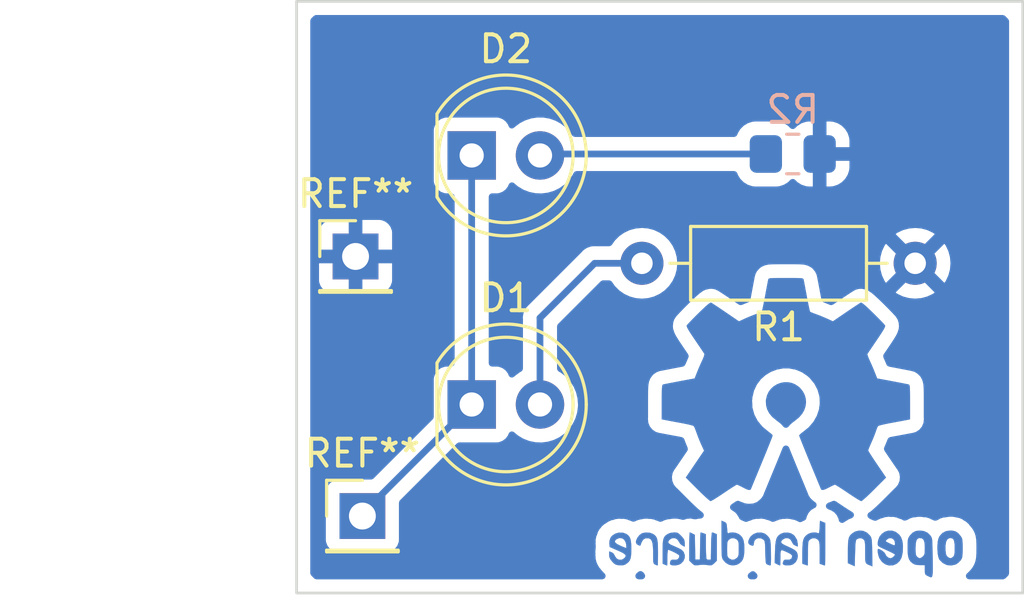
<source format=kicad_pcb>
(kicad_pcb (version 20211014) (generator pcbnew)
  (layers (0 "F.Cu" signal) (31 "B.Cu" signal) (34 "B.Paste" user) (35 "F.Paste" user) (36 "B.SilkS" user "B.Silkscreen") (37 "F.SilkS" user "F.Silkscreen") (38 "B.Mask" user) (39 "F.Mask" user) (44 "Edge.Cuts" user))
  (net 0 "")
  (net 1 "VCC")
  (net 2 "Net-(D1-Pad2)")
  (net 3 "GND")
  (net 4 "Net-(D2-Pad2)")
  (footprint "Connector_PinHeader_2.54mm:PinHeader_1x01_P2.54mm_Vertical" (layer "F.Cu") (at 139.446 88.138)
    (fp_text reference "REF**" (at 0 -2.33) (layer "F.SilkS"))
    (fp_text value "PinHeader_1x01_P2.54mm_Vertical")
    (fp_line (start -1.33 1.27) (end -1.33 1.33) (layer "F.SilkS") (width 0.12))
    (fp_line (start -1.33 0) (end -1.33 -1.33) (layer "F.SilkS") (width 0.12))
    (fp_line (start 1.33 1.27) (end 1.33 1.33) (layer "F.SilkS") (width 0.12))
    (fp_line (start -1.33 1.33) (end 1.33 1.33) (layer "F.SilkS") (width 0.12))
    (fp_line (start -1.33 1.27) (end 1.33 1.27) (layer "F.SilkS") (width 0.12))
    (fp_line (start -1.33 -1.33) (end 0 -1.33) (layer "F.SilkS") (width 0.12))
    (pad "1" thru_hole rect (at 0 0) (size 1.7 1.7) (drill 1) (layers *.Cu *.Mask) (net 1 "VCC"))
  )
  (footprint "Resistor_THT:R_Axial_DIN0207_L6.3mm_D2.5mm_P10.16mm_Horizontal" (layer "F.Cu") (at 160 78.74 180)
    (fp_text reference "R1" (at 5.08 -2.37 180) (layer "F.SilkS"))
    (fp_text value "220")
    (fp_line (start 1.81 -1.37) (end 1.81 1.37) (layer "F.SilkS") (width 0.12))
    (fp_line (start 8.35 -1.37) (end 1.81 -1.37) (layer "F.SilkS") (width 0.12))
    (fp_line (start 8.35 1.37) (end 8.35 -1.37) (layer "F.SilkS") (width 0.12))
    (fp_line (start 1.04 0) (end 1.81 0) (layer "F.SilkS") (width 0.12))
    (fp_line (start 9.12 0) (end 8.35 0) (layer "F.SilkS") (width 0.12))
    (fp_line (start 1.81 1.37) (end 8.35 1.37) (layer "F.SilkS") (width 0.12))
    (pad "1" thru_hole circle (at 0 0 180) (size 1.6 1.6) (drill 0.8) (layers *.Cu *.Mask) (net 3 "GND"))
    (pad "2" thru_hole oval (at 10.16 0 180) (size 1.6 1.6) (drill 0.8) (layers *.Cu *.Mask) (net 2 "Net-(D1-Pad2)"))
  )
  (footprint "LED_THT:LED_D5.0mm" (layer "F.Cu") (at 143.51 74.73)
    (fp_text reference "D2" (at 1.27 -3.96) (layer "F.SilkS"))
    (fp_text value "LED")
    (fp_line (start -1.29 -1.545) (end -1.29 1.545) (layer "F.SilkS") (width 0.12))
    (fp_arc (start 4.26 -0.000462) (mid 2.072002 2.880433) (end -1.29 1.54483) (layer "F.SilkS") (width 0.12))
    (fp_arc (start -1.29 -1.54483) (mid 2.072002 -2.880433) (end 4.26 0.000462) (layer "F.SilkS") (width 0.12))
    (fp_circle (center 1.27 0) (end 3.77 0) (layer "F.SilkS") (width 0.12) (fill none))
    (pad "1" thru_hole rect (at 0 0) (size 1.8 1.8) (drill 0.9) (layers *.Cu *.Mask) (net 1 "VCC"))
    (pad "2" thru_hole circle (at 2.54 0) (size 1.8 1.8) (drill 0.9) (layers *.Cu *.Mask) (net 4 "Net-(D2-Pad2)"))
  )
  (footprint "Connector_PinHeader_2.54mm:PinHeader_1x01_P2.54mm_Vertical" (layer "F.Cu") (at 139.192 78.486)
    (fp_text reference "REF**" (at 0 -2.33) (layer "F.SilkS"))
    (fp_text value "PinHeader_1x01_P2.54mm_Vertical")
    (fp_line (start -1.33 1.27) (end -1.33 1.33) (layer "F.SilkS") (width 0.12))
    (fp_line (start -1.33 0) (end -1.33 -1.33) (layer "F.SilkS") (width 0.12))
    (fp_line (start 1.33 1.27) (end 1.33 1.33) (layer "F.SilkS") (width 0.12))
    (fp_line (start -1.33 1.33) (end 1.33 1.33) (layer "F.SilkS") (width 0.12))
    (fp_line (start -1.33 1.27) (end 1.33 1.27) (layer "F.SilkS") (width 0.12))
    (fp_line (start -1.33 -1.33) (end 0 -1.33) (layer "F.SilkS") (width 0.12))
    (pad "1" thru_hole rect (at 0 0) (size 1.7 1.7) (drill 1) (layers *.Cu *.Mask) (net 3 "GND"))
  )
  (footprint "LED_THT:LED_D5.0mm" (layer "F.Cu") (at 143.51 83.99)
    (fp_text reference "D1" (at 1.27 -3.96) (layer "F.SilkS"))
    (fp_text value "LED")
    (fp_line (start -1.29 -1.545) (end -1.29 1.545) (layer "F.SilkS") (width 0.12))
    (fp_arc (start 4.26 -0.000462) (mid 2.072002 2.880433) (end -1.29 1.54483) (layer "F.SilkS") (width 0.12))
    (fp_arc (start -1.29 -1.54483) (mid 2.072002 -2.880433) (end 4.26 0.000462) (layer "F.SilkS") (width 0.12))
    (fp_circle (center 1.27 0) (end 3.77 0) (layer "F.SilkS") (width 0.12) (fill none))
    (pad "1" thru_hole rect (at 0 0) (size 1.8 1.8) (drill 0.9) (layers *.Cu *.Mask) (net 1 "VCC"))
    (pad "2" thru_hole circle (at 2.54 0) (size 1.8 1.8) (drill 0.9) (layers *.Cu *.Mask) (net 2 "Net-(D1-Pad2)"))
  )
  (footprint "Resistor_SMD:R_0805_2012Metric_Pad1.20x1.40mm_HandSolder" (layer "B.Cu") (at 155.448 74.676 180)
    (fp_text reference "R2" (at 0 1.65) (layer "B.SilkS") (effects (justify mirror)))
    (fp_text value "220")
    (fp_line (start -0.227064 0.735) (end 0.227064 0.735) (layer "B.SilkS") (width 0.12))
    (fp_line (start -0.227064 -0.735) (end 0.227064 -0.735) (layer "B.SilkS") (width 0.12))
    (pad "1" smd roundrect (at -1 0 180) (size 1.2 1.4) (layers "B.Cu" "B.Paste" "B.Mask") (roundrect_rratio 0.208333) (net 3 "GND"))
    (pad "2" smd roundrect (at 1 0 180) (size 1.2 1.4) (layers "B.Cu" "B.Paste" "B.Mask") (roundrect_rratio 0.208333) (net 4 "Net-(D2-Pad2)"))
  )
  (footprint "Symbol:OSHW-Logo2_14.6x12mm_Copper" (layer "B.Cu") (at 155.194 84.836 180)
    (fp_text reference "REF**" hide)
    (fp_text value "OSHW-Logo2_14.6x12mm_Copper" hide)
    (fp_poly (pts (xy 0.079944 -3.92436) (xy 0.194343 -3.966842) (xy 0.195652 -3.967658) (xy 0.266403 -4.01973) (xy 0.318636 -4.080584) (xy 0.355371 -4.159887) (xy 0.379634 -4.267309) (xy 0.394445 -4.412517) (xy 0.402829 -4.605179) (xy 0.403564 -4.632628) (xy 0.41412 -5.046521) (xy 0.325291 -5.092456) (xy 0.261018 -5.123498) (xy 0.22221 -5.138206) (xy 0.220415 -5.138391) (xy 0.2137 -5.11125) (xy 0.208365 -5.038041) (xy 0.205083 -4.931081) (xy 0.204368 -4.844469) (xy 0.204351 -4.704162) (xy 0.197937 -4.616051) (xy 0.17558 -4.574025) (xy 0.127732 -4.571975) (xy 0.044849 -4.60379) (xy -0.080287 -4.662272) (xy -0.172303 -4.710845) (xy -0.219629 -4.752986) (xy -0.233542 -4.798916) (xy -0.233563 -4.801189) (xy -0.210605 -4.880311) (xy -0.14263 -4.923055) (xy -0.038602 -4.929246) (xy 0.03633 -4.928172) (xy 0.075839 -4.949753) (xy 0.100478 -5.001591) (xy 0.114659 -5.067632) (xy 0.094223 -5.105104) (xy 0.086528 -5.110467) (xy 0.014083 -5.132006) (xy -0.087367 -5.135055) (xy -0.191843 -5.120778) (xy -0.265875 -5.094688) (xy -0.368228 -5.007785) (xy -0.426409 -4.886816) (xy -0.437931 -4.792308) (xy -0.429138 -4.707062) (xy -0.39732 -4.637476) (xy -0.334316 -4.575672) (xy -0.231969 -4.513772) (xy -0.082118 -4.443897) (xy -0.072988 -4.439948) (xy 0.061997 -4.377588) (xy 0.145294 -4.326446) (xy 0.180997 -4.280488) (xy 0.173203 -4.233683) (xy 0.126007 -4.179998) (xy 0.111894 -4.167644) (xy 0.017359 -4.119741) (xy -0.080594 -4.121758) (xy -0.165903 -4.168724) (xy -0.222504 -4.255669) (xy -0.227763 -4.272734) (xy -0.278977 -4.355504) (xy -0.343963 -4.395372) (xy -0.437931 -4.434882) (xy -0.437931 -4.332658) (xy -0.409347 -4.184072) (xy -0.324505 -4.047784) (xy -0.280355 -4.002191) (xy -0.179995 -3.943674) (xy -0.052365 -3.917184) (xy 0.079944 -3.92436)) (layer "B.Cu") (width 0.01) (fill solid))
    (fp_poly (pts (xy -3.684448 -3.884676) (xy -3.569342 -3.962111) (xy -3.480389 -4.073949) (xy -3.427251 -4.216265) (xy -3.416503 -4.321015) (xy -3.417724 -4.364726) (xy -3.427944 -4.398194) (xy -3.456039 -4.428179) (xy -3.510884 -4.46144) (xy -3.601355 -4.504738) (xy -3.736328 -4.564833) (xy -3.737011 -4.565134) (xy -3.861249 -4.622037) (xy -3.963127 -4.672565) (xy -4.032233 -4.71128) (xy -4.058154 -4.73274) (xy -4.058161 -4.732913) (xy -4.035315 -4.779644) (xy -3.981891 -4.831154) (xy -3.920558 -4.868261) (xy -3.889485 -4.875632) (xy -3.804711 -4.850138) (xy -3.731707 -4.786291) (xy -3.696087 -4.716094) (xy -3.66182 -4.664343) (xy -3.594697 -4.605409) (xy -3.515792 -4.554496) (xy -3.446179 -4.526809) (xy -3.431623 -4.525287) (xy -3.415237 -4.550321) (xy -3.41425 -4.614311) (xy -3.426292 -4.700593) (xy -3.448993 -4.792501) (xy -3.479986 -4.873369) (xy -3.481552 -4.876509) (xy -3.574819 -5.006734) (xy -3.695696 -5.095311) (xy -3.832973 -5.138786) (xy -3.97544 -5.133706) (xy -4.111888 -5.076616) (xy -4.117955 -5.072602) (xy -4.22529 -4.975326) (xy -4.295868 -4.848409) (xy -4.334926 -4.681526) (xy -4.340168 -4.634639) (xy -4.349452 -4.413329) (xy -4.338322 -4.310124) (xy -4.058161 -4.310124) (xy -4.054521 -4.374503) (xy -4.034611 -4.393291) (xy -3.984974 -4.379235) (xy -3.906733 -4.346009) (xy -3.819274 -4.304359) (xy -3.817101 -4.303256) (xy -3.74297 -4.264265) (xy -3.713219 -4.238244) (xy -3.720555 -4.210965) (xy -3.751447 -4.175121) (xy -3.83004 -4.123251) (xy -3.914677 -4.119439) (xy -3.990597 -4.157189) (xy -4.043035 -4.230001) (xy -4.058161 -4.310124) (xy -4.338322 -4.310124) (xy -4.330356 -4.236261) (xy -4.281366 -4.095829) (xy -4.213164 -3.997447) (xy -4.090065 -3.89803) (xy -3.954472 -3.848711) (xy -3.816045 -3.845568) (xy -3.684448 -3.884676)) (layer "B.Cu") (width 0.01) (fill solid))
    (fp_poly (pts (xy 4.314406 -3.935156) (xy 4.398469 -3.973393) (xy 4.46445 -4.019726) (xy 4.512794 -4.071532) (xy 4.546172 -4.138363) (xy 4.567253 -4.229769) (xy 4.578707 -4.355301) (xy 4.583203 -4.524508) (xy 4.583678 -4.635933) (xy 4.583678 -5.070627) (xy 4.509316 -5.104509) (xy 4.450746 -5.129272) (xy 4.42173 -5.138391) (xy 4.416179 -5.111257) (xy 4.411775 -5.038094) (xy 4.409078 -4.931263) (xy 4.408506 -4.846437) (xy 4.406046 -4.723887) (xy 4.399412 -4.626668) (xy 4.389726 -4.567134) (xy 4.382032 -4.554483) (xy 4.330311 -4.567402) (xy 4.249117 -4.600539) (xy 4.155102 -4.645461) (xy 4.064917 -4.693735) (xy 3.995215 -4.736928) (xy 3.962648 -4.766608) (xy 3.962519 -4.766929) (xy 3.96532 -4.821857) (xy 3.990439 -4.874292) (xy 4.034541 -4.916881) (xy 4.098909 -4.931126) (xy 4.153921 -4.929466) (xy 4.231835 -4.928245) (xy 4.272732 -4.946498) (xy 4.297295 -4.994726) (xy 4.300392 -5.00382) (xy 4.31104 -5.072598) (xy 4.282565 -5.11436) (xy 4.208344 -5.134263) (xy 4.128168 -5.137944) (xy 3.98389 -5.110658) (xy 3.909203 -5.07169) (xy 3.816963 -4.980148) (xy 3.768043 -4.867782) (xy 3.763654 -4.749051) (xy 3.805001 -4.638411) (xy 3.867197 -4.56908) (xy 3.929294 -4.530265) (xy 4.026895 -4.481125) (xy 4.140632 -4.431292) (xy 4.15959 -4.423677) (xy 4.284521 -4.368545) (xy 4.356539 -4.319954) (xy 4.3797 -4.271647) (xy 4.358064 -4.21737) (xy 4.32092 -4.174943) (xy 4.233127 -4.122702) (xy 4.13653 -4.118784) (xy 4.047944 -4.159041) (xy 3.984186 -4.239326) (xy 3.975817 -4.26004) (xy 3.927096 -4.336225) (xy 3.855965 -4.392785) (xy 3.766207 -4.439201) (xy 3.766207 -4.307584) (xy 3.77149 -4.227168) (xy 3.794142 -4.163786) (xy 3.844367 -4.096163) (xy 3.892582 -4.044076) (xy 3.967554 -3.970322) (xy 4.025806 -3.930702) (xy 4.088372 -3.91481) (xy 4.159193 -3.912184) (xy 4.314406 -3.935156)) (layer "B.Cu") (width 0.01) (fill solid))
    (fp_poly (pts (xy -5.951779 -3.866015) (xy -5.814939 -3.937968) (xy -5.713949 -4.053766) (xy -5.678075 -4.128213) (xy -5.650161 -4.239992) (xy -5.635871 -4.381227) (xy -5.634516 -4.535371) (xy -5.645405 -4.685879) (xy -5.667847 -4.816205) (xy -5.70115 -4.909803) (xy -5.711385 -4.925922) (xy -5.832618 -5.046249) (xy -5.976613 -5.118317) (xy -6.132861 -5.139408) (xy -6.290852 -5.106802) (xy -6.33482 -5.087253) (xy -6.420444 -5.027012) (xy -6.495592 -4.947135) (xy -6.502694 -4.937004) (xy -6.531561 -4.888181) (xy -6.550643 -4.83599) (xy -6.561916 -4.767285) (xy -6.567355 -4.668918) (xy -6.568938 -4.527744) (xy -6.568965 -4.496092) (xy -6.568893 -4.486019) (xy -6.277011 -4.486019) (xy -6.275313 -4.619256) (xy -6.268628 -4.707674) (xy -6.254575 -4.764785) (xy -6.230771 -4.804102) (xy -6.218621 -4.817241) (xy -6.148764 -4.867172) (xy -6.080941 -4.864895) (xy -6.012365 -4.821584) (xy -5.971465 -4.775346) (xy -5.947242 -4.707857) (xy -5.933639 -4.601433) (xy -5.932706 -4.58902) (xy -5.930384 -4.396147) (xy -5.95465 -4.2529) (xy -6.005176 -4.16016) (xy -6.081632 -4.118807) (xy -6.108924 -4.116552) (xy -6.180589 -4.127893) (xy -6.22961 -4.167184) (xy -6.259582 -4.242326) (xy -6.274101 -4.361222) (xy -6.277011 -4.486019) (xy -6.568893 -4.486019) (xy -6.567878 -4.345659) (xy -6.563312 -4.240549) (xy -6.553312 -4.167714) (xy -6.535921 -4.114108) (xy -6.509184 -4.066681) (xy -6.503276 -4.057864) (xy -6.403968 -3.939007) (xy -6.295758 -3.870008) (xy -6.164019 -3.842619) (xy -6.119283 -3.841281) (xy -5.951779 -3.866015)) (layer "B.Cu") (width 0.01) (fill solid))
    (fp_poly (pts (xy -1.255402 -3.723857) (xy -1.246846 -3.843188) (xy -1.237019 -3.913506) (xy -1.223401 -3.944179) (xy -1.203473 -3.944571) (xy -1.197011 -3.94091) (xy -1.11106 -3.914398) (xy -0.999255 -3.915946) (xy -0.885586 -3.943199) (xy -0.81449 -3.978455) (xy -0.741595 -4.034778) (xy -0.688307 -4.098519) (xy -0.651725 -4.17951) (xy -0.62895 -4.287586) (xy -0.617081 -4.43258) (xy -0.613218 -4.624326) (xy -0.613149 -4.661109) (xy -0.613103 -5.074288) (xy -0.705046 -5.106339) (xy -0.770348 -5.128144) (xy -0.806176 -5.138297) (xy -0.80723 -5.138391) (xy -0.810758 -5.11086) (xy -0.813761 -5.034923) (xy -0.81601 -4.920565) (xy -0.817276 -4.777769) (xy -0.817471 -4.690951) (xy -0.817877 -4.519773) (xy -0.819968 -4.397088) (xy -0.825053 -4.313) (xy -0.83444 -4.257614) (xy -0.849439 -4.221032) (xy -0.871358 -4.193359) (xy -0.885043 -4.180032) (xy -0.979051 -4.126328) (xy -1.081636 -4.122307) (xy -1.17471 -4.167725) (xy -1.191922 -4.184123) (xy -1.217168 -4.214957) (xy -1.23468 -4.251531) (xy -1.245858 -4.304415) (xy -1.252104 -4.384177) (xy -1.254818 -4.501385) (xy -1.255402 -4.662991) (xy -1.255402 -5.074288) (xy -1.347345 -5.106339) (xy -1.412647 -5.128144) (xy -1.448475 -5.138297) (xy -1.449529 -5.138391) (xy -1.452225 -5.110448) (xy -1.454655 -5.03163) (xy -1.456722 -4.909453) (xy -1.458329 -4.751432) (xy -1.459377 -4.565083) (xy -1.459769 -4.35792) (xy -1.45977 -4.348706) (xy -1.45977 -3.55902) (xy -1.364885 -3.518997) (xy -1.27 -3.478973) (xy -1.255402 -3.723857)) (layer "B.Cu") (width 0.01) (fill solid))
    (fp_poly (pts (xy 1.065943 -3.92192) (xy 1.198565 -3.970859) (xy 1.30601 -4.057419) (xy 1.348032 -4.118352) (xy 1.393843 -4.230161) (xy 1.392891 -4.311006) (xy 1.344808 -4.365378) (xy 1.327017 -4.374624) (xy 1.250204 -4.40345) (xy 1.210976 -4.396065) (xy 1.197689 -4.347658) (xy 1.197012 -4.32092) (xy 1.172686 -4.222548) (xy 1.109281 -4.153734) (xy 1.021154 -4.120498) (xy 0.922663 -4.128861) (xy 0.842602 -4.172296) (xy 0.815561 -4.197072) (xy 0.796394 -4.227129) (xy 0.783446 -4.272565) (xy 0.775064 -4.343476) (xy 0.769593 -4.44996) (xy 0.765378 -4.602112) (xy 0.764287 -4.650287) (xy 0.760307 -4.815095) (xy 0.755781 -4.931088) (xy 0.748995 -5.007833) (xy 0.738231 -5.054893) (xy 0.721773 -5.081835) (xy 0.697906 -5.098223) (xy 0.682626 -5.105463) (xy 0.617733 -5.13022) (xy 0.579534 -5.138391) (xy 0.566912 -5.111103) (xy 0.559208 -5.028603) (xy 0.55638 -4.889941) (xy 0.558386 -4.694162) (xy 0.559011 -4.663965) (xy 0.563421 -4.485349) (xy 0.568635 -4.354923) (xy 0.576055 -4.262492) (xy 0.587082 -4.197858) (xy 0.603117 -4.150825) (xy 0.625561 -4.111196) (xy 0.637302 -4.094215) (xy 0.704619 -4.01908) (xy 0.77991 -3.960638) (xy 0.789128 -3.955536) (xy 0.924133 -3.91526) (xy 1.065943 -3.92192)) (layer "B.Cu") (width 0.01) (fill solid))
    (fp_poly (pts (xy 0.209014 5.547002) (xy 0.367006 5.546137) (xy 0.481347 5.543795) (xy 0.559407 5.539238) (xy 0.608554 5.53173) (xy 0.636159 5.520534) (xy 0.649592 5.504912) (xy 0.656221 5.484127) (xy 0.656865 5.481437) (xy 0.666935 5.432887) (xy 0.685575 5.337095) (xy 0.710845 5.204257) (xy 0.740807 5.044569) (xy 0.773522 4.868226) (xy 0.774664 4.862033) (xy 0.807433 4.689218) (xy 0.838093 4.536531) (xy 0.864664 4.413129) (xy 0.885167 4.328169) (xy 0.897626 4.29081) (xy 0.89822 4.290148) (xy 0.934919 4.271905) (xy 1.010586 4.241503) (xy 1.108878 4.205507) (xy 1.109425 4.205315) (xy 1.233233 4.158778) (xy 1.379196 4.099496) (xy 1.516781 4.039891) (xy 1.523293 4.036944) (xy 1.74739 3.935235) (xy 2.243619 4.274103) (xy 2.395846 4.377408) (xy 2.533741 4.469763) (xy 2.649315 4.545916) (xy 2.734579 4.600615) (xy 2.781544 4.628607) (xy 2.786004 4.630683) (xy 2.820134 4.62144) (xy 2.883881 4.576844) (xy 2.979731 4.494791) (xy 3.110169 4.373179) (xy 3.243328 4.243795) (xy 3.371694 4.116298) (xy 3.486581 3.999954) (xy 3.581073 3.901948) (xy 3.648253 3.829464) (xy 3.681206 3.789687) (xy 3.682432 3.787639) (xy 3.686074 3.760344) (xy 3.67235 3.715766) (xy 3.637869 3.647888) (xy 3.579239 3.550689) (xy 3.49307 3.418149) (xy 3.3782 3.247524) (xy 3.276254 3.097345) (xy 3.185123 2.96265) (xy 3.110073 2.85126) (xy 3.056369 2.770995) (xy 3.02928 2.729675) (xy 3.027574 2.72687) (xy 3.030882 2.687279) (xy 3.055953 2.610331) (xy 3.097798 2.510568) (xy 3.112712 2.478709) (xy 3.177786 2.336774) (xy 3.247212 2.175727) (xy 3.303609 2.036379) (xy 3.344247 1.932956) (xy 3.376526 1.854358) (xy 3.395178 1.81328) (xy 3.397497 1.810115) (xy 3.431803 1.804872) (xy 3.512669 1.790506) (xy 3.629343 1.769063) (xy 3.771075 1.742587) (xy 3.92711 1.713123) (xy 4.086698 1.682717) (xy 4.239085 1.653412) (xy 4.373521 1.627255) (xy 4.479252 1.60629) (xy 4.545526 1.592561) (xy 4.561782 1.58868) (xy 4.578573 1.5791) (xy 4.591249 1.557464) (xy 4.600378 1.516469) (xy 4.606531 1.448811) (xy 4.61028 1.347188) (xy 4.612192 1.204297) (xy 4.61284 1.012835) (xy 4.612874 0.934355) (xy 4.612874 0.296094) (xy 4.459598 0.26584) (xy 4.374322 0.249436) (xy 4.24707 0.225491) (xy 4.093315 0.196893) (xy 3.928534 0.166533) (xy 3.882989 0.158194) (xy 3.730932 0.12863) (xy 3.598468 0.099558) (xy 3.496714 0.073671) (xy 3.436788 0.053663) (xy 3.426805 0.047699) (xy 3.402293 0.005466) (xy 3.367148 -0.07637) (xy 3.328173 -0.181683) (xy 3.320442 -0.204368) (xy 3.26936 -0.345018) (xy 3.205954 -0.503714) (xy 3.143904 -0.646225) (xy 3.143598 -0.646886) (xy 3.040267 -0.87044) (xy 3.719961 -1.870232) (xy 3.283621 -2.3073) (xy 3.151649 -2.437381) (xy 3.031279 -2.552048) (xy 2.929273 -2.645181) (xy 2.852391 -2.710658) (xy 2.807393 -2.742357) (xy 2.800938 -2.744368) (xy 2.76304 -2.728529) (xy 2.685708 -2.684496) (xy 2.577389 -2.61749) (xy 2.446532 -2.532734) (xy 2.305052 -2.437816) (xy 2.161461 -2.340998) (xy 2.033435 -2.256751) (xy 1.929105 -2.190258) (xy 1.8566 -2.146702) (xy 1.824158 -2.131264) (xy 1.784576 -2.144328) (xy 1.709519 -2.17875) (xy 1.614468 -2.22738) (xy 1.604392 -2.232785) (xy 1.476391 -2.29698) (xy 1.388618 -2.328463) (xy 1.334028 -2.328798) (xy 1.305575 -2.299548) (xy 1.30541 -2.299138) (xy 1.291188 -2.264498) (xy 1.257269 -2.182269) (xy 1.206284 -2.058814) (xy 1.140862 -1.900498) (xy 1.063634 -1.713686) (xy 0.977229 -1.504742) (xy 0.893551 -1.302446) (xy 0.801588 -1.0792) (xy 0.71715 -0.872392) (xy 0.642769 -0.688362) (xy 0.580974 -0.533451) (xy 0.534297 -0.413996) (xy 0.505268 -0.336339) (xy 0.496322 -0.307356) (xy 0.518756 -0.27411) (xy 0.577439 -0.221123) (xy 0.655689 -0.162704) (xy 0.878534 0.022048) (xy 1.052718 0.233818) (xy 1.176154 0.468144) (xy 1.246754 0.720566) (xy 1.262431 0.986623) (xy 1.251036 1.109425) (xy 1.18895 1.364207) (xy 1.082023 1.589199) (xy 0.936889 1.782183) (xy 0.760178 1.940939) (xy 0.558522 2.06325) (xy 0.338554 2.146895) (xy 0.106906 2.189656) (xy -0.129791 2.189313) (xy -0.364905 2.143648) (xy -0.591804 2.050441) (xy -0.803856 1.907473) (xy -0.892364 1.826617) (xy -1.062111 1.618993) (xy -1.180301 1.392105) (xy -1.247722 1.152567) (xy -1.26516 0.906993) (xy -1.233402 0.661997) (xy -1.153235 0.424192) (xy -1.025445 0.200193) (xy -0.85082 -0.003387) (xy -0.655688 -0.162704) (xy -0.574409 -0.223602) (xy -0.516991 -0.276015) (xy -0.496322 -0.307406) (xy -0.507144 -0.341639) (xy -0.537923 -0.423419) (xy -0.586126 -0.546407) (xy -0.649222 -0.704263) (xy -0.724678 -0.890649) (xy -0.809962 -1.099226) (xy -0.893781 -1.302496) (xy -0.986255 -1.525933) (xy -1.071911 -1.732984) (xy -1.148118 -1.917286) (xy -1.212247 -2.072475) (xy -1.261668 -2.192188) (xy -1.293752 -2.270061) (xy -1.305641 -2.299138) (xy -1.333726 -2.328677) (xy -1.388051 -2.328591) (xy -1.475605 -2.297326) (xy -1.603381 -2.233329) (xy -1.604392 -2.232785) (xy -1.700598 -2.183121) (xy -1.778369 -2.146945) (xy -1.822223 -2.131408) (xy -1.824158 -2.131264) (xy -1.857171 -2.147024) (xy -1.930054 -2.19085) (xy -2.034678 -2.257557) (xy -2.16291 -2.341964) (xy -2.305052 -2.437816) (xy -2.449767 -2.534867) (xy -2.580196 -2.61927) (xy -2.68789 -2.685801) (xy -2.764402 -2.729238) (xy -2.800938 -2.744368) (xy -2.834582 -2.724482) (xy -2.902224 -2.668903) (xy -2.997107 -2.583754) (xy -3.11247 -2.475153) (xy -3.241555 -2.349221) (xy -3.283771 -2.307149) (xy -3.720261 -1.869931) (xy -3.388023 -1.38234) (xy -3.287054 -1.232605) (xy -3.198438 -1.09822) (xy -3.127146 -0.986969) (xy -3.07815 -0.906639) (xy -3.056422 -0.865014) (xy -3.055785 -0.862053) (xy -3.06724 -0.822818) (xy -3.098051 -0.743895) (xy -3.142884 -0.638509) (xy -3.174353 -0.567954) (xy -3.233192 -0.432876) (xy -3.288604 -0.296409) (xy -3.331564 -0.181103) (xy -3.343234 -0.145977) (xy -3.376389 -0.052174) (xy -3.408799 0.020306) (xy -3.426601 0.047699) (xy -3.465886 0.064464) (xy -3.551626 0.08823) (xy -3.672697 0.116303) (xy -3.817973 0.145991) (xy -3.882988 0.158194) (xy -4.048087 0.188532) (xy -4.206448 0.217907) (xy -4.342596 0.243431) (xy -4.441057 0.262215) (xy -4.459598 0.26584) (xy -4.612873 0.296094) (xy -4.612873 0.934355) (xy -4.612529 1.14423) (xy -4.611116 1.30302) (xy -4.608064 1.418027) (xy -4.602803 1.496554) (xy -4.594763 1.545904) (xy -4.583373 1.573381) (xy -4.568063 1.586287) (xy -4.561782 1.58868) (xy -4.523896 1.597167) (xy -4.440195 1.6141) (xy -4.321433 1.637434) (xy -4.178361 1.665125) (xy -4.021732 1.695127) (xy -3.862297 1.725396) (xy -3.710809 1.753885) (xy -3.578019 1.778551) (xy -3.474681 1.797349) (xy -3.411545 1.808233) (xy -3.397497 1.810115) (xy -3.38477 1.835296) (xy -3.3566 1.902378) (xy -3.318252 1.998667) (xy -3.303609 2.036379) (xy -3.244548 2.182079) (xy -3.175 2.343049) (xy -3.112712 2.478709) (xy -3.066879 2.582439) (xy -3.036387 2.667674) (xy -3.026208 2.719874) (xy -3.027831 2.72687) (xy -3.049343 2.759898) (xy -3.098465 2.833357) (xy -3.169923 2.939423) (xy -3.258445 3.070274) (xy -3.358759 3.218088) (xy -3.378594 3.247266) (xy -3.494988 3.420137) (xy -3.580548 3.551774) (xy -3.638684 3.648239) (xy -3.672808 3.715592) (xy -3.686331 3.759894) (xy -3.682664 3.787206) (xy -3.68257 3.78738) (xy -3.653707 3.823254) (xy -3.589867 3.892609) (xy -3.497969 3.988255) (xy -3.384933 4.103001) (xy -3.257679 4.229659) (xy -3.243328 4.243795) (xy -3.082957 4.399097) (xy -2.959195 4.51313) (xy -2.869555 4.587998) (xy -2.811552 4.625804) (xy -2.786004 4.630683) (xy -2.748718 4.609397) (xy -2.671343 4.560227) (xy -2.561867 4.488425) (xy -2.42828 4.399245) (xy -2.27857 4.297937) (xy -2.243618 4.274103) (xy -1.74739 3.935235) (xy -1.523293 4.036944) (xy -1.387011 4.096217) (xy -1.240724 4.15583) (xy -1.114965 4.20336) (xy -1.109425 4.205315) (xy -1.011057 4.241323) (xy -0.935229 4.271771) (xy -0.898282 4.290095) (xy -0.89822 4.290148) (xy -0.886496 4.323271) (xy -0.866568 4.404733) (xy -0.840413 4.525375) (xy -0.81001 4.676041) (xy -0.777337 4.847572) (xy -0.774664 4.862033) (xy -0.74189 5.038765) (xy -0.711802 5.19919) (xy -0.686339 5.333112) (xy -0.667441 5.430337) (xy -0.657047 5.480668) (xy -0.656865 5.481437) (xy -0.650539 5.502847) (xy -0.638239 5.519012) (xy -0.612594 5.530669) (xy -0.566235 5.538555) (xy -0.491792 5.543407) (xy -0.381895 5.545961) (xy -0.229175 5.546955) (xy -0.026262 5.547126) (xy 0 5.547126) (xy 0.209014 5.547002)) (layer "B.Cu") (width 0.01) (fill solid))
    (fp_poly (pts (xy -4.8281 -3.861903) (xy -4.71655 -3.917522) (xy -4.618092 -4.019931) (xy -4.590977 -4.057864) (xy -4.561438 -4.1075) (xy -4.542272 -4.161412) (xy -4.531307 -4.233364) (xy -4.526371 -4.337122) (xy -4.525287 -4.474101) (xy -4.530182 -4.661815) (xy -4.547196 -4.802758) (xy -4.579823 -4.907908) (xy -4.631558 -4.988243) (xy -4.705896 -5.054741) (xy -4.711358 -5.058678) (xy -4.78462 -5.098953) (xy -4.87284 -5.11888) (xy -4.985038 -5.123793) (xy -5.167433 -5.123793) (xy -5.167509 -5.300857) (xy -5.169207 -5.39947) (xy -5.17955 -5.457314) (xy -5.206578 -5.492006) (xy -5.258332 -5.521164) (xy -5.270761 -5.527121) (xy -5.328923 -5.555039) (xy -5.373956 -5.572672) (xy -5.407441 -5.574194) (xy -5.430962 -5.553781) (xy -5.4461 -5.505607) (xy -5.454437 -5.423846) (xy -5.457556 -5.302672) (xy -5.45704 -5.13626) (xy -5.454471 -4.918785) (xy -5.453668 -4.853736) (xy -5.450778 -4.629502) (xy -5.448188 -4.482821) (xy -5.167586 -4.482821) (xy -5.166009 -4.607326) (xy -5.159 -4.688787) (xy -5.143142 -4.742515) (xy -5.115019 -4.783823) (xy -5.095925 -4.803971) (xy -5.017865 -4.862921) (xy -4.948753 -4.86772) (xy -4.87744 -4.819038) (xy -4.875632 -4.817241) (xy -4.846617 -4.779618) (xy -4.828967 -4.728484) (xy -4.820064 -4.649738) (xy -4.817291 -4.529276) (xy -4.817241 -4.502588) (xy -4.823942 -4.336583) (xy -4.845752 -4.221505) (xy -4.885235 -4.151254) (xy -4.944956 -4.119729) (xy -4.979472 -4.116552) (xy -5.061389 -4.13146) (xy -5.117579 -4.180548) (xy -5.151402 -4.270362) (xy -5.16622 -4.407445) (xy -5.167586 -4.482821) (xy -5.448188 -4.482821) (xy -5.447713 -4.455952) (xy -5.443753 -4.325382) (xy -5.438174 -4.230087) (xy -5.430254 -4.162364) (xy -5.419269 -4.114507) (xy -5.404499 -4.078813) (xy -5.385218 -4.047578) (xy -5.376951 -4.035824) (xy -5.267288 -3.924797) (xy -5.128635 -3.861847) (xy -4.968246 -3.844297) (xy -4.8281 -3.861903)) (layer "B.Cu") (width 0.01) (fill solid))
    (fp_poly (pts (xy -2.582571 -3.877719) (xy -2.488877 -3.931914) (xy -2.423736 -3.985707) (xy -2.376093 -4.042066) (xy -2.343272 -4.110987) (xy -2.322594 -4.202468) (xy -2.31138 -4.326506) (xy -2.306951 -4.493098) (xy -2.306437 -4.612851) (xy -2.306437 -5.053659) (xy -2.430517 -5.109283) (xy -2.554598 -5.164907) (xy -2.569195 -4.682095) (xy -2.575227 -4.501779) (xy -2.581555 -4.370901) (xy -2.589394 -4.280511) (xy -2.599963 -4.221664) (xy -2.614477 -4.185413) (xy -2.634152 -4.16281) (xy -2.640465 -4.157917) (xy -2.736112 -4.119706) (xy -2.832793 -4.134827) (xy -2.890345 -4.174943) (xy -2.913755 -4.20337) (xy -2.929961 -4.240672) (xy -2.940259 -4.297223) (xy -2.945951 -4.383394) (xy -2.948336 -4.509558) (xy -2.948736 -4.641042) (xy -2.948814 -4.805999) (xy -2.951639 -4.922761) (xy -2.961093 -5.00151) (xy -2.98106 -5.052431) (xy -3.015424 -5.085706) (xy -3.068068 -5.11152) (xy -3.138383 -5.138344) (xy -3.21518 -5.167542) (xy -3.206038 -4.649346) (xy -3.202357 -4.462539) (xy -3.19805 -4.32449) (xy -3.191877 -4.225568) (xy -3.182598 -4.156145) (xy -3.168973 -4.10659) (xy -3.149761 -4.067273) (xy -3.126598 -4.032584) (xy -3.014848 -3.92177) (xy -2.878487 -3.857689) (xy -2.730175 -3.842339) (xy -2.582571 -3.877719)) (layer "B.Cu") (width 0.01) (fill solid))
    (fp_poly (pts (xy 6.343439 -3.95654) (xy 6.45895 -4.032034) (xy 6.514664 -4.099617) (xy 6.558804 -4.222255) (xy 6.562309 -4.319298) (xy 6.554368 -4.449056) (xy 6.255115 -4.580039) (xy 6.109611 -4.646958) (xy 6.014537 -4.70079) (xy 5.965101 -4.747416) (xy 5.956511 -4.79272) (xy 5.983972 -4.842582) (xy 6.014253 -4.875632) (xy 6.102363 -4.928633) (xy 6.198196 -4.932347) (xy 6.286212 -4.891041) (xy 6.350869 -4.808983) (xy 6.362433 -4.780008) (xy 6.417825 -4.689509) (xy 6.481553 -4.65094) (xy 6.568966 -4.617946) (xy 6.568966 -4.743034) (xy 6.561238 -4.828156) (xy 6.530966 -4.899938) (xy 6.467518 -4.982356) (xy 6.458088 -4.993066) (xy 6.387513 -5.066391) (xy 6.326847 -5.105742) (xy 6.25095 -5.123845) (xy 6.18803 -5.129774) (xy 6.075487 -5.131251) (xy 5.99537 -5.112535) (xy 5.94539 -5.084747) (xy 5.866838 -5.023641) (xy 5.812463 -4.957554) (xy 5.778052 -4.874441) (xy 5.759388 -4.762254) (xy 5.752256 -4.608946) (xy 5.751687 -4.531136) (xy 5.753622 -4.437853) (xy 5.929899 -4.437853) (xy 5.931944 -4.487896) (xy 5.937039 -4.496092) (xy 5.970666 -4.484958) (xy 6.04303 -4.455493) (xy 6.139747 -4.413601) (xy 6.159973 -4.404597) (xy 6.282203 -4.342442) (xy 6.349547 -4.287815) (xy 6.364348 -4.236649) (xy 6.328947 -4.184876) (xy 6.299711 -4.162) (xy 6.194216 -4.11625) (xy 6.095476 -4.123808) (xy 6.012812 -4.179651) (xy 5.955548 -4.278753) (xy 5.937188 -4.357414) (xy 5.929899 -4.437853) (xy 5.753622 -4.437853) (xy 5.755459 -4.349351) (xy 5.769359 -4.214853) (xy 5.796894 -4.116916) (xy 5.841572 -4.044811) (xy 5.906901 -3.987813) (xy 5.935383 -3.969393) (xy 6.064763 -3.921422) (xy 6.206412 -3.918403) (xy 6.343439 -3.95654)) (layer "B.Cu") (width 0.01) (fill solid))
    (fp_poly (pts (xy 5.33569 -3.940018) (xy 5.370585 -3.955269) (xy 5.453877 -4.021235) (xy 5.525103 -4.116618) (xy 5.569153 -4.218406) (xy 5.576322 -4.268587) (xy 5.552285 -4.338647) (xy 5.499561 -4.375717) (xy 5.443031 -4.398164) (xy 5.417146 -4.4023) (xy 5.404542 -4.372283) (xy 5.379654 -4.306961) (xy 5.368735 -4.277445) (xy 5.307508 -4.175348) (xy 5.218861 -4.124423) (xy 5.105193 -4.125989) (xy 5.096774 -4.127994) (xy 5.036088 -4.156767) (xy 4.991474 -4.212859) (xy 4.961002 -4.303163) (xy 4.942744 -4.434571) (xy 4.934771 -4.613974) (xy 4.934023 -4.709433) (xy 4.933652 -4.859913) (xy 4.931223 -4.962495) (xy 4.92476 -5.027672) (xy 4.912288 -5.065938) (xy 4.891833 -5.087785) (xy 4.861419 -5.103707) (xy 4.859661 -5.104509) (xy 4.801091 -5.129272) (xy 4.772075 -5.138391) (xy 4.767616 -5.110822) (xy 4.763799 -5.03462) (xy 4.760899 -4.919541) (xy 4.759191 -4.775341) (xy 4.758851 -4.669814) (xy 4.760588 -4.465613) (xy 4.767382 -4.310697) (xy 4.781607 -4.196024) (xy 4.805638 -4.112551) (xy 4.841848 -4.051236) (xy 4.892612 -4.003034) (xy 4.942739 -3.969393) (xy 5.063275 -3.924619) (xy 5.203557 -3.914521) (xy 5.33569 -3.940018)) (layer "B.Cu") (width 0.01) (fill solid))
    (fp_poly (pts (xy 2.393914 -4.154455) (xy 2.393543 -4.372661) (xy 2.392108 -4.540519) (xy 2.389002 -4.66607) (xy 2.383622 -4.757355) (xy 2.375362 -4.822415) (xy 2.363616 -4.869291) (xy 2.347781 -4.906024) (xy 2.33579 -4.926991) (xy 2.23649 -5.040694) (xy 2.110588 -5.111965) (xy 1.971291 -5.137538) (xy 1.831805 -5.11415) (xy 1.748743 -5.072119) (xy 1.661545 -4.999411) (xy 1.602117 -4.910612) (xy 1.566261 -4.79432) (xy 1.549781 -4.639135) (xy 1.547447 -4.525287) (xy 1.547761 -4.517106) (xy 1.751724 -4.517106) (xy 1.75297 -4.647657) (xy 1.758678 -4.73408) (xy 1.771804 -4.790618) (xy 1.795306 -4.831514) (xy 1.823386 -4.862362) (xy 1.917688 -4.921905) (xy 2.01894 -4.926992) (xy 2.114636 -4.877279) (xy 2.122084 -4.870543) (xy 2.153874 -4.835502) (xy 2.173808 -4.793811) (xy 2.1846 -4.731762) (xy 2.188965 -4.635644) (xy 2.189655 -4.529379) (xy 2.188159 -4.39588) (xy 2.181964 -4.306822) (xy 2.168514 -4.248293) (xy 2.145251 -4.206382) (xy 2.126175 -4.184123) (xy 2.037563 -4.127985) (xy 1.935508 -4.121235) (xy 1.838095 -4.164114) (xy 1.819296 -4.180032) (xy 1.787293 -4.215382) (xy 1.767318 -4.257502) (xy 1.756593 -4.320251) (xy 1.752339 -4.417487) (xy 1.751724 -4.517106) (xy 1.547761 -4.517106) (xy 1.554504 -4.341947) (xy 1.578472 -4.204195) (xy 1.623548 -4.100632) (xy 1.693928 -4.019856) (xy 1.748743 -3.978455) (xy 1.848376 -3.933728) (xy 1.963855 -3.912967) (xy 2.071199 -3.918525) (xy 2.131264 -3.940943) (xy 2.154835 -3.947323) (xy 2.170477 -3.923535) (xy 2.181395 -3.859788) (xy 2.189655 -3.762687) (xy 2.198699 -3.654541) (xy 2.211261 -3.589475) (xy 2.234119 -3.552268) (xy 2.274051 -3.527699) (xy 2.299138 -3.516819) (xy 2.394023 -3.477072) (xy 2.393914 -4.154455)) (layer "B.Cu") (width 0.01) (fill solid))
    (fp_poly (pts (xy 3.580124 -3.93984) (xy 3.584579 -4.016653) (xy 3.588071 -4.133391) (xy 3.590315 -4.280821) (xy 3.591035 -4.435455) (xy 3.591035 -4.958727) (xy 3.498645 -5.051117) (xy 3.434978 -5.108047) (xy 3.379089 -5.131107) (xy 3.302702 -5.129647) (xy 3.27238 -5.125934) (xy 3.17761 -5.115126) (xy 3.099222 -5.108933) (xy 3.080115 -5.108361) (xy 3.015699 -5.112102) (xy 2.923571 -5.121494) (xy 2.88785 -5.125934) (xy 2.800114 -5.132801) (xy 2.741153 -5.117885) (xy 2.68269 -5.071835) (xy 2.661585 -5.051117) (xy 2.569195 -4.958727) (xy 2.569195 -3.979947) (xy 2.643558 -3.946066) (xy 2.70759 -3.92097) (xy 2.745052 -3.912184) (xy 2.754657 -3.93995) (xy 2.763635 -4.01753) (xy 2.771386 -4.136348) (xy 2.777314 -4.287828) (xy 2.780173 -4.415805) (xy 2.788161 -4.919425) (xy 2.857848 -4.929278) (xy 2.921229 -4.922389) (xy 2.952286 -4.900083) (xy 2.960967 -4.858379) (xy 2.968378 -4.769544) (xy 2.973931 -4.644834) (xy 2.977036 -4.495507) (xy 2.977484 -4.418661) (xy 2.977931 -3.976287) (xy 3.069874 -3.944235) (xy 3.134949 -3.922443) (xy 3.170347 -3.912281) (xy 3.171368 -3.912184) (xy 3.17492 -3.939809) (xy 3.178823 -4.016411) (xy 3.182751 -4.132579) (xy 3.186376 -4.278904) (xy 3.188908 -4.415805) (xy 3.196897 -4.919425) (xy 3.372069 -4.919425) (xy 3.380107 -4.459965) (xy 3.388146 -4.000505) (xy 3.473543 -3.956344) (xy 3.536593 -3.926019) (xy 3.57391 -3.912258) (xy 3.574987 -3.912184) (xy 3.580124 -3.93984)) (layer "B.Cu") (width 0.01) (fill solid))
  )
  (gr_poly (pts (xy 164 91) (xy 137 91) (xy 137 69) (xy 164 69)) (layer "Edge.Cuts") (width 0.1) (fill none))
  (segment (start 139.446 88.054) (end 139.446 88.138) (width 0.25) (layer "B.Cu") (net 1))
  (segment (start 143.51 83.99) (end 139.446 88.054) (width 0.25) (layer "B.Cu") (net 1))
  (segment (start 143.51 74.73) (end 143.51 83.99) (width 0.25) (layer "B.Cu") (net 1))
  (segment (start 148.082 78.74) (end 146.05 80.772) (width 0.25) (layer "B.Cu") (net 2))
  (segment (start 146.05 80.772) (end 146.05 83.99) (width 0.25) (layer "B.Cu") (net 2))
  (segment (start 148.082 78.74) (end 149.84 78.74) (width 0.25) (layer "B.Cu") (net 2))
  (segment (start 154.448 74.676) (end 145.531717 74.676) (width 0.25) (layer "B.Cu") (net 4))
  (zone (net 3) (net_name "GND") (layer "B.Cu") (connect_pads (clearance 0.508)) (min_thickness 0.254) (fill yes (thermal_gap 0.508) (thermal_bridge_width 0.508) (smoothing fillet) (radius 2) (island_removal_mode 2) (island_area_min 0))
    (polygon (pts (xy 163.99 69.01) (xy 163.99 91.01) (xy 137 90.98) (xy 137 69)))
  )
)
</source>
